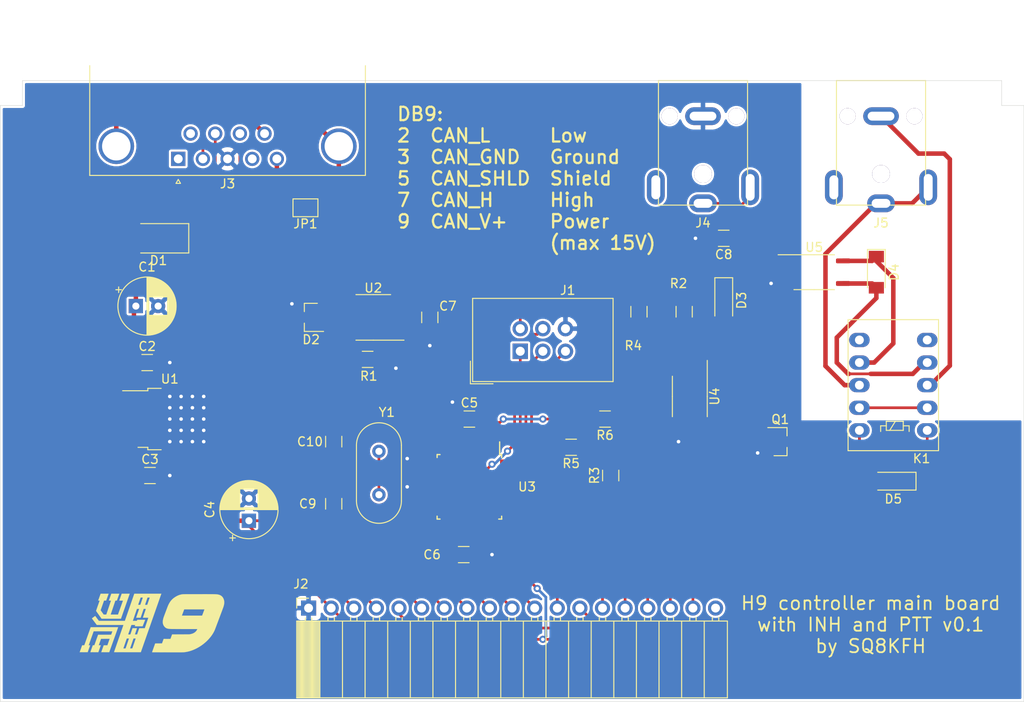
<source format=kicad_pcb>
(kicad_pcb (version 20171130) (host pcbnew "(5.1.2-1)-1")
  (title_block (title "H9 controller main board with INH PTT") (date 2020-12-24) (rev 0.1) (company SQ8KFH))
  (layers (0 F.Cu signal) (31 B.Cu signal) (34 B.Paste user) (35 F.Paste user) (36 B.SilkS user) (37 F.SilkS user) (38 B.Mask user) (39 F.Mask user) (44 Edge.Cuts user))
  (net 0 "")
  (net 1 GND)
  (net 2 "Net-(C1-Pad1)")
  (net 3 +5V)
  (net 4 "Net-(D1-Pad2)")
  (net 5 /RST)
  (net 6 /PD0)
  (net 7 /PB6)
  (net 8 "/PB5(INT2)")
  (net 9 /PB4)
  (net 10 /PB3)
  (net 11 "/PC7(D2A)")
  (net 12 /PC6)
  (net 13 /PC5)
  (net 14 /PC4)
  (net 15 "/PB2(INT1)")
  (net 16 /PD7)
  (net 17 /PD6)
  (net 18 /PD5)
  (net 19 "/PB7(SCK)")
  (net 20 "/PB1(MOSI)")
  (net 21 "/PB0(MISO)")
  (net 22 "Net-(J3-Pad0)")
  (net 23 /CAN_RX)
  (net 24 /CAN_TX)
  (net 25 "Net-(J3-Pad5)")
  (net 26 /CAN_L)
  (net 27 /CAN_H)
  (net 28 "Net-(R1-Pad1)")
  (net 29 "Net-(C8-Pad1)")
  (net 30 "Net-(C9-Pad1)")
  (net 31 "Net-(C10-Pad1)")
  (net 32 "Net-(D5-Pad2)")
  (net 33 /MOSI)
  (net 34 /SCK)
  (net 35 /MISO)
  (net 36 "Net-(J5-Pad1)")
  (net 37 "Net-(J5-Pad2)")
  (net 38 "Net-(K1-Pad2)")
  (net 39 "Net-(Q1-Pad1)")
  (net 40 /INH)
  (net 41 "Net-(R5-Pad1)")
  (net 42 /INH_BP)
  (net 43 /PTT_IN)
  (net 44 "Net-(D3-Pad2)")
  (net 45 "Net-(D4-Pad1)")
  (net 46 "Net-(D4-Pad2)")
  (net 47 "Net-(R2-Pad1)")
  (module Package_SO:SOIC-4_4.55x3.7mm_P2.54mm (layer F.Cu) (at 191.44 76.74)
    (fp_text reference U5 (at 0 -2.8) (layer F.SilkS))
    (fp_text value TLP185)
    (pad 1 smd roundrect (at -3.25 -1.27) (size 1.6 0.55) (layers F.Cu F.Paste F.Mask) (net 41 "Net-(R5-Pad1)"))
    (pad 3 smd roundrect (at -3.25 1.27) (size 1.6 0.55) (layers F.Cu F.Paste F.Mask) (net 1 GND))
    (pad 4 smd roundrect (at 3.25 1.27) (size 1.6 0.55) (layers F.Cu F.Paste F.Mask) (net 46 "Net-(D4-Pad2)"))
    (pad 6 smd roundrect (at 3.25 -1.27) (size 1.6 0.55) (layers F.Cu F.Paste F.Mask) (net 45 "Net-(D4-Pad1)"))
  )
  (module Package_SO:SOIC-4_4.55x3.7mm_P2.54mm (layer F.Cu) (at 177.47 90.71 270)
    (fp_text reference U4 (at 0 -2.8 90) (layer F.SilkS))
    (fp_text value TLP185)
    (pad 6 smd roundrect (at 3.25 -1.27 270) (size 1.6 0.55) (layers F.Cu F.Paste F.Mask) (net 43 /PTT_IN))
    (pad 4 smd roundrect (at 3.25 1.27 270) (size 1.6 0.55) (layers F.Cu F.Paste F.Mask) (net 1 GND))
    (pad 3 smd roundrect (at -3.25 1.27 270) (size 1.6 0.55) (layers F.Cu F.Paste F.Mask) (net 44 "Net-(D3-Pad2)"))
    (pad 1 smd roundrect (at -3.25 -1.27 270) (size 1.6 0.55) (layers F.Cu F.Paste F.Mask) (net 47 "Net-(R2-Pad1)"))
  )
  (module Resistor_SMD:R_1206_3216Metric_Pad1.42x1.75mm_HandSolder (layer F.Cu) (at 167.945 93.25 180)
    (fp_text reference R6 (at 0 -1.82) (layer F.SilkS))
    (fp_text value 1k5)
    (pad 1 smd roundrect (at -1.4875 0 180) (size 1.425 1.75) (layers F.Cu F.Paste F.Mask) (roundrect_rratio 0.175439) (net 39 "Net-(Q1-Pad1)"))
    (pad 2 smd roundrect (at 1.4875 0 180) (size 1.425 1.75) (layers F.Cu F.Paste F.Mask) (roundrect_rratio 0.175439) (net 42 /INH_BP))
  )
  (module Resistor_SMD:R_1206_3216Metric_Pad1.42x1.75mm_HandSolder (layer F.Cu) (at 164.135 96.425 180)
    (fp_text reference R5 (at 0 -1.82) (layer F.SilkS))
    (fp_text value 390R)
    (pad 2 smd roundrect (at 1.4875 0 180) (size 1.425 1.75) (layers F.Cu F.Paste F.Mask) (roundrect_rratio 0.175439) (net 40 /INH))
    (pad 1 smd roundrect (at -1.4875 0 180) (size 1.425 1.75) (layers F.Cu F.Paste F.Mask) (roundrect_rratio 0.175439) (net 41 "Net-(R5-Pad1)"))
  )
  (module Resistor_SMD:R_1206_3216Metric_Pad1.42x1.75mm_HandSolder (layer F.Cu) (at 171.755 81.185 270)
    (fp_text reference R4 (at 3.81 0.635 180) (layer F.SilkS))
    (fp_text value 10k)
    (pad 1 smd roundrect (at -1.4875 0 270) (size 1.425 1.75) (layers F.Cu F.Paste F.Mask) (roundrect_rratio 0.175439) (net 3 +5V))
    (pad 2 smd roundrect (at 1.4875 0 270) (size 1.425 1.75) (layers F.Cu F.Paste F.Mask) (roundrect_rratio 0.175439) (net 44 "Net-(D3-Pad2)"))
  )
  (module Resistor_SMD:R_1206_3216Metric_Pad1.42x1.75mm_HandSolder (layer F.Cu) (at 176.835 81.185 90)
    (fp_text reference R2 (at 3.175 -0.635 180) (layer F.SilkS))
    (fp_text value 390R)
    (pad 1 smd roundrect (at -1.4875 0 90) (size 1.425 1.75) (layers F.Cu F.Paste F.Mask) (roundrect_rratio 0.175439) (net 47 "Net-(R2-Pad1)"))
    (pad 2 smd roundrect (at 1.4875 0 90) (size 1.425 1.75) (layers F.Cu F.Paste F.Mask) (roundrect_rratio 0.175439) (net 3 +5V))
  )
  (module Package_TO_SOT_SMD:SOT-23 (layer F.Cu) (at 187.63 95.79)
    (fp_text reference Q1 (at 0 -2.5) (layer F.SilkS))
    (fp_text value BC817)
    (pad 3 smd rect (at 1 0) (size 0.9 0.8) (layers F.Cu F.Paste F.Mask) (net 32 "Net-(D5-Pad2)"))
    (pad 2 smd rect (at -1 0.95) (size 0.9 0.8) (layers F.Cu F.Paste F.Mask) (net 1 GND))
    (pad 1 smd rect (at -1 -0.95) (size 0.9 0.8) (layers F.Cu F.Paste F.Mask) (net 39 "Net-(Q1-Pad1)"))
  )
  (module Relay_THT:Relay_DPDT_FRT5 (layer F.Cu) (at 204.14 94.52 180)
    (fp_text reference K1 (at 0.635 -3.175) (layer F.SilkS))
    (fp_text value AZ850/RSM850)
    (pad 10 thru_hole oval (at 7.62 0 180) (size 2.3 1.6) (drill 1) (layers *.Cu *.Mask) (net 32 "Net-(D5-Pad2)"))
    (pad 9 thru_hole oval (at 7.62 2.54 180) (size 2.3 1.6) (drill 1) (layers *.Cu *.Mask) (net 38 "Net-(K1-Pad2)"))
    (pad 8 thru_hole oval (at 7.62 5.08 180) (size 2.3 1.6) (drill 1) (layers *.Cu *.Mask) (net 36 "Net-(J5-Pad1)"))
    (pad 7 thru_hole oval (at 7.62 7.62 180) (size 2.3 1.6) (drill 1) (layers *.Cu *.Mask) (net 45 "Net-(D4-Pad1)"))
    (pad 6 thru_hole oval (at 7.62 10.16 180) (size 2.3 1.6) (drill 1) (layers *.Cu *.Mask))
    (pad 5 thru_hole oval (at 0 10.16 180) (size 2.3 1.6) (drill 1) (layers *.Cu *.Mask))
    (pad 4 thru_hole oval (at 0 7.62 180) (size 2.3 1.6) (drill 1) (layers *.Cu *.Mask) (net 46 "Net-(D4-Pad2)"))
    (pad 3 thru_hole oval (at 0 5.08 180) (size 2.3 1.6) (drill 1) (layers *.Cu *.Mask) (net 37 "Net-(J5-Pad2)"))
    (pad 2 thru_hole oval (at 0 2.54 180) (size 2.3 1.6) (drill 1) (layers *.Cu *.Mask) (net 38 "Net-(K1-Pad2)"))
    (pad 1 thru_hole oval (at 0 0 180) (size 2.3 1.6) (drill 1) (layers *.Cu *.Mask) (net 3 +5V))
  )
  (module kfhlib:LUMBERG_1553 (layer F.Cu) (at 198.95 59.2)
    (fp_text reference J5 (at 0 12) (layer F.SilkS))
    (fp_text value INH)
    (pad 1 thru_hole oval (at 5.3 8) (size 2 4) (drill oval 1 3) (layers *.Cu *.Mask) (net 36 "Net-(J5-Pad1)"))
    (pad "" thru_hole circle (at 3.75 0) (size 1.8 1.8) (drill 1.8) (layers *.Cu *.Mask))
    (pad "" thru_hole circle (at -3.75 0) (size 1.8 1.8) (drill 1.8) (layers *.Cu *.Mask))
    (pad 4 thru_hole oval (at -5.3 8) (size 2 3.87) (drill oval 1 2.7) (layers *.Cu *.Mask))
    (pad 1 thru_hole oval (at 0 9.8) (size 3.1 2) (drill oval 2.1 1) (layers *.Cu *.Mask) (net 36 "Net-(J5-Pad1)"))
    (pad "" thru_hole circle (at 0 6.5) (size 2 2) (drill 2) (layers *.Cu *.Mask))
    (pad 2 thru_hole oval (at 0 0) (size 4 2) (drill oval 3 1) (layers *.Cu *.Mask) (net 37 "Net-(J5-Pad2)"))
  )
  (module kfhlib:LUMBERG_1553 (layer F.Cu) (at 178.95 59.2)
    (fp_text reference J4 (at 0 12) (layer F.SilkS))
    (fp_text value PTT)
    (pad 1 thru_hole oval (at 5.3 8) (size 2 4) (drill oval 1 3) (layers *.Cu *.Mask) (net 29 "Net-(C8-Pad1)"))
    (pad "" thru_hole circle (at 3.75 0) (size 1.8 1.8) (drill 1.8) (layers *.Cu *.Mask))
    (pad "" thru_hole circle (at -3.75 0) (size 1.8 1.8) (drill 1.8) (layers *.Cu *.Mask))
    (pad 4 thru_hole oval (at -5.3 8) (size 2 3.87) (drill oval 1 2.7) (layers *.Cu *.Mask))
    (pad 1 thru_hole oval (at 0 9.8) (size 3.1 2) (drill oval 2.1 1) (layers *.Cu *.Mask) (net 29 "Net-(C8-Pad1)"))
    (pad "" thru_hole circle (at 0 6.5) (size 2 2) (drill 2) (layers *.Cu *.Mask))
    (pad 2 thru_hole oval (at 0 0) (size 4 2) (drill oval 3 1) (layers *.Cu *.Mask) (net 1 GND))
  )
  (module Diode_SMD:D_MiniMELF (layer F.Cu) (at 200.33 100.235 180)
    (fp_text reference D5 (at 0 -2) (layer F.SilkS))
    (fp_text value 4148)
    (pad 1 smd rect (at -1.75 0 180) (size 1.3 1.7) (layers F.Cu F.Paste F.Mask) (net 3 +5V))
    (pad 2 smd rect (at 1.75 0 180) (size 1.3 1.7) (layers F.Cu F.Paste F.Mask) (net 32 "Net-(D5-Pad2)"))
  )
  (module Diode_SMD:D_MiniMELF (layer F.Cu) (at 198.425 76.74 270)
    (fp_text reference D4 (at 0 -2 90) (layer F.SilkS))
    (fp_text value 4148)
    (pad 1 smd rect (at -1.75 0 270) (size 1.3 1.7) (layers F.Cu F.Paste F.Mask) (net 45 "Net-(D4-Pad1)"))
    (pad 2 smd rect (at 1.75 0 270) (size 1.3 1.7) (layers F.Cu F.Paste F.Mask) (net 46 "Net-(D4-Pad2)"))
  )
  (module Diode_SMD:D_MiniMELF (layer F.Cu) (at 181.28 79.915 270)
    (fp_text reference D3 (at 0 -2 90) (layer F.SilkS))
    (fp_text value 4148)
    (pad 2 smd rect (at 1.75 0 270) (size 1.3 1.7) (layers F.Cu F.Paste F.Mask) (net 44 "Net-(D3-Pad2)"))
    (pad 1 smd rect (at -1.75 0 270) (size 1.3 1.7) (layers F.Cu F.Paste F.Mask) (net 29 "Net-(C8-Pad1)"))
  )
  (module Capacitor_SMD:C_1206_3216Metric_Pad1.42x1.75mm_HandSolder (layer F.Cu) (at 181.28 72.93 180)
    (fp_text reference C8 (at 0 -1.82) (layer F.SilkS))
    (fp_text value 100nF)
    (pad 2 smd roundrect (at 1.4875 0 180) (size 1.425 1.75) (layers F.Cu F.Paste F.Mask) (roundrect_rratio 0.175439) (net 1 GND))
    (pad 1 smd roundrect (at -1.4875 0 180) (size 1.425 1.75) (layers F.Cu F.Paste F.Mask) (roundrect_rratio 0.175439) (net 29 "Net-(C8-Pad1)"))
  )
  (module kfhlib:H9 (layer F.Cu) (at 116.891 116.364)
    (fp_text reference G*** hide)
    (fp_text value LOGO hide)
  )
  (module Jumper:SolderJumper-2_P1.3mm_Open_Pad1.0x1.5mm (layer F.Cu) (at 134.29 69.501 180)
    (fp_text reference JP1 (at 0 -1.8) (layer F.SilkS))
    (fp_text value Shield)
    (pad 1 smd rect (at -0.65 0 180) (size 1 1.5) (layers F.Cu F.Mask) (net 22 "Net-(J3-Pad0)"))
    (pad 2 smd rect (at 0.65 0 180) (size 1 1.5) (layers F.Cu F.Mask) (net 25 "Net-(J3-Pad5)"))
  )
  (module Package_TO_SOT_SMD:TO-252-2 (layer F.Cu) (at 119.05 93.25)
    (fp_text reference U1 (at 0 -4.5) (layer F.SilkS))
    (fp_text value LM78M05)
    (pad 2 smd rect (at 2.1 0) (size 6.4 5.8) (layers F.Cu F.Mask) (net 1 GND))
    (pad 3 smd rect (at -4.2 2.28) (size 2.2 1.2) (layers F.Cu F.Paste F.Mask) (net 3 +5V))
    (pad 1 smd rect (at -4.2 -2.28) (size 2.2 1.2) (layers F.Cu F.Paste F.Mask) (net 2 "Net-(C1-Pad1)"))
  )
  (module Capacitor_THT:CP_Radial_D6.3mm_P2.50mm (layer F.Cu) (at 127.94 104.68 90)
    (fp_text reference C4 (at 1.25 -4.4 90) (layer F.SilkS))
    (fp_text value 47uF)
    (pad 2 thru_hole circle (at 2.5 0 90) (size 1.6 1.6) (drill 0.8) (layers *.Cu *.Mask) (net 1 GND))
    (pad 1 thru_hole rect (at 0 0 90) (size 1.6 1.6) (drill 0.8) (layers *.Cu *.Mask) (net 3 +5V))
  )
  (module Capacitor_SMD:C_1206_3216Metric_Pad1.42x1.75mm_HandSolder (layer F.Cu) (at 116.825 99.6)
    (fp_text reference C3 (at 0 -1.82) (layer F.SilkS))
    (fp_text value 100nF)
    (pad 2 smd roundrect (at 1.4875 0) (size 1.425 1.75) (layers F.Cu F.Paste F.Mask) (roundrect_rratio 0.175439) (net 1 GND))
    (pad 1 smd roundrect (at -1.4875 0) (size 1.425 1.75) (layers F.Cu F.Paste F.Mask) (roundrect_rratio 0.175439) (net 3 +5V))
  )
  (module Capacitor_THT:CP_Radial_D6.3mm_P2.50mm (layer F.Cu) (at 115.24 80.55)
    (fp_text reference C1 (at 1.25 -4.4) (layer F.SilkS))
    (fp_text value 100uF)
    (pad 2 thru_hole circle (at 2.5 0) (size 1.6 1.6) (drill 0.8) (layers *.Cu *.Mask) (net 1 GND))
    (pad 1 thru_hole rect (at 0 0) (size 1.6 1.6) (drill 0.8) (layers *.Cu *.Mask) (net 2 "Net-(C1-Pad1)"))
  )
  (module Capacitor_SMD:C_1206_3216Metric_Pad1.42x1.75mm_HandSolder (layer F.Cu) (at 116.51 86.9)
    (fp_text reference C2 (at 0 -1.82) (layer F.SilkS))
    (fp_text value 100nF)
    (pad 2 smd roundrect (at 1.4875 0) (size 1.425 1.75) (layers F.Cu F.Paste F.Mask) (roundrect_rratio 0.175439) (net 1 GND))
    (pad 1 smd roundrect (at -1.4875 0) (size 1.425 1.75) (layers F.Cu F.Paste F.Mask) (roundrect_rratio 0.175439) (net 2 "Net-(C1-Pad1)"))
  )
  (module Diode_SMD:D_SMA (layer F.Cu) (at 117.78 72.93 180)
    (fp_text reference D1 (at 0 -2.5) (layer F.SilkS))
    (fp_text value S1A)
    (pad 2 smd rect (at 2 0 180) (size 2.5 1.8) (layers F.Cu F.Paste F.Mask) (net 4 "Net-(D1-Pad2)"))
    (pad 1 smd rect (at -2 0 180) (size 2.5 1.8) (layers F.Cu F.Paste F.Mask) (net 2 "Net-(C1-Pad1)"))
  )
  (module Crystal:Crystal_HC49-U_Vertical (layer F.Cu) (at 142.545 101.759 90)
    (fp_text reference Y1 (at 9.271 0.889 180) (layer F.SilkS))
    (fp_text value 12MHz)
    (pad 2 thru_hole circle (at 4.88 0 90) (size 1.5 1.5) (drill 0.8) (layers *.Cu *.Mask) (net 31 "Net-(C10-Pad1)"))
    (pad 1 thru_hole circle (at 0 0 90) (size 1.5 1.5) (drill 0.8) (layers *.Cu *.Mask) (net 30 "Net-(C9-Pad1)"))
  )
  (module Package_QFP:TQFP-32_7x7mm_P0.8mm (layer F.Cu) (at 152.705 100.87 270)
    (fp_text reference U3 (at 0 -6.477 180) (layer F.SilkS))
    (fp_text value ATmega32M1-AU)
    (pad 32 smd rect (at -2.8 -4.25) (size 1.6 0.55) (layers F.Cu F.Paste F.Mask) (net 40 /INH))
    (pad 31 smd rect (at -2 -4.25) (size 1.6 0.55) (layers F.Cu F.Paste F.Mask) (net 5 /RST))
    (pad 30 smd rect (at -1.2 -4.25) (size 1.6 0.55) (layers F.Cu F.Paste F.Mask) (net 43 /PTT_IN))
    (pad 29 smd rect (at -0.4 -4.25) (size 1.6 0.55) (layers F.Cu F.Paste F.Mask) (net 6 /PD0))
    (pad 28 smd rect (at 0.4 -4.25) (size 1.6 0.55) (layers F.Cu F.Paste F.Mask) (net 19 "/PB7(SCK)"))
    (pad 27 smd rect (at 1.2 -4.25) (size 1.6 0.55) (layers F.Cu F.Paste F.Mask) (net 7 /PB6))
    (pad 26 smd rect (at 2 -4.25) (size 1.6 0.55) (layers F.Cu F.Paste F.Mask) (net 8 "/PB5(INT2)"))
    (pad 25 smd rect (at 2.8 -4.25) (size 1.6 0.55) (layers F.Cu F.Paste F.Mask) (net 11 "/PC7(D2A)"))
    (pad 24 smd rect (at 4.25 -2.8 270) (size 1.6 0.55) (layers F.Cu F.Paste F.Mask) (net 9 /PB4))
    (pad 23 smd rect (at 4.25 -2 270) (size 1.6 0.55) (layers F.Cu F.Paste F.Mask) (net 10 /PB3))
    (pad 22 smd rect (at 4.25 -1.2 270) (size 1.6 0.55) (layers F.Cu F.Paste F.Mask) (net 12 /PC6))
    (pad 21 smd rect (at 4.25 -0.4 270) (size 1.6 0.55) (layers F.Cu F.Paste F.Mask))
    (pad 20 smd rect (at 4.25 0.4 270) (size 1.6 0.55) (layers F.Cu F.Paste F.Mask) (net 1 GND))
    (pad 19 smd rect (at 4.25 1.2 270) (size 1.6 0.55) (layers F.Cu F.Paste F.Mask) (net 3 +5V))
    (pad 18 smd rect (at 4.25 2 270) (size 1.6 0.55) (layers F.Cu F.Paste F.Mask) (net 13 /PC5))
    (pad 17 smd rect (at 4.25 2.8 270) (size 1.6 0.55) (layers F.Cu F.Paste F.Mask) (net 14 /PC4))
    (pad 16 smd rect (at 2.8 4.25) (size 1.6 0.55) (layers F.Cu F.Paste F.Mask) (net 15 "/PB2(INT1)"))
    (pad 15 smd rect (at 2 4.25) (size 1.6 0.55) (layers F.Cu F.Paste F.Mask) (net 16 /PD7))
    (pad 14 smd rect (at 1.2 4.25) (size 1.6 0.55) (layers F.Cu F.Paste F.Mask) (net 17 /PD6))
    (pad 13 smd rect (at 0.4 4.25) (size 1.6 0.55) (layers F.Cu F.Paste F.Mask) (net 18 /PD5))
    (pad 12 smd rect (at -0.4 4.25) (size 1.6 0.55) (layers F.Cu F.Paste F.Mask) (net 34 /SCK))
    (pad 11 smd rect (at -1.2 4.25) (size 1.6 0.55) (layers F.Cu F.Paste F.Mask) (net 30 "Net-(C9-Pad1)"))
    (pad 10 smd rect (at -2 4.25) (size 1.6 0.55) (layers F.Cu F.Paste F.Mask) (net 31 "Net-(C10-Pad1)"))
    (pad 9 smd rect (at -2.8 4.25) (size 1.6 0.55) (layers F.Cu F.Paste F.Mask) (net 20 "/PB1(MOSI)"))
    (pad 8 smd rect (at -4.25 2.8 270) (size 1.6 0.55) (layers F.Cu F.Paste F.Mask) (net 21 "/PB0(MISO)"))
    (pad 7 smd rect (at -4.25 2 270) (size 1.6 0.55) (layers F.Cu F.Paste F.Mask) (net 23 /CAN_RX))
    (pad 6 smd rect (at -4.25 1.2 270) (size 1.6 0.55) (layers F.Cu F.Paste F.Mask) (net 24 /CAN_TX))
    (pad 5 smd rect (at -4.25 0.4 270) (size 1.6 0.55) (layers F.Cu F.Paste F.Mask) (net 1 GND))
    (pad 4 smd rect (at -4.25 -0.4 270) (size 1.6 0.55) (layers F.Cu F.Paste F.Mask) (net 3 +5V))
    (pad 3 smd rect (at -4.25 -1.2 270) (size 1.6 0.55) (layers F.Cu F.Paste F.Mask) (net 42 /INH_BP))
    (pad 2 smd rect (at -4.25 -2 270) (size 1.6 0.55) (layers F.Cu F.Paste F.Mask) (net 33 /MOSI))
    (pad 1 smd rect (at -4.25 -2.8 270) (size 1.6 0.55) (layers F.Cu F.Paste F.Mask) (net 35 /MISO))
  )
  (module Package_SO:SOIC-8_3.9x4.9mm_P1.27mm (layer F.Cu) (at 141.91 81.82 180)
    (fp_text reference U2 (at 0 3.302) (layer F.SilkS))
    (fp_text value MCP2551-I-SN)
    (pad 8 smd roundrect (at 2.475 -1.905 180) (size 1.95 0.6) (layers F.Cu F.Paste F.Mask) (net 28 "Net-(R1-Pad1)"))
    (pad 7 smd roundrect (at 2.475 -0.635 180) (size 1.95 0.6) (layers F.Cu F.Paste F.Mask) (net 27 /CAN_H))
    (pad 6 smd roundrect (at 2.475 0.635 180) (size 1.95 0.6) (layers F.Cu F.Paste F.Mask) (net 26 /CAN_L))
    (pad 5 smd roundrect (at 2.475 1.905 180) (size 1.95 0.6) (layers F.Cu F.Paste F.Mask))
    (pad 4 smd roundrect (at -2.475 1.905 180) (size 1.95 0.6) (layers F.Cu F.Paste F.Mask) (net 23 /CAN_RX))
    (pad 3 smd roundrect (at -2.475 0.635 180) (size 1.95 0.6) (layers F.Cu F.Paste F.Mask) (net 3 +5V))
    (pad 2 smd roundrect (at -2.475 -0.635 180) (size 1.95 0.6) (layers F.Cu F.Paste F.Mask) (net 1 GND))
    (pad 1 smd roundrect (at -2.475 -1.905 180) (size 1.95 0.6) (layers F.Cu F.Paste F.Mask) (net 24 /CAN_TX))
  )
  (module Resistor_SMD:R_1206_3216Metric_Pad1.42x1.75mm_HandSolder (layer F.Cu) (at 168.58 99.6 90)
    (fp_text reference R3 (at 0 -1.82 90) (layer F.SilkS))
    (fp_text value 10k)
    (pad 2 smd roundrect (at 1.4875 0 90) (size 1.425 1.75) (layers F.Cu F.Paste F.Mask) (roundrect_rratio 0.175439) (net 5 /RST))
    (pad 1 smd roundrect (at -1.4875 0 90) (size 1.425 1.75) (layers F.Cu F.Paste F.Mask) (roundrect_rratio 0.175439) (net 3 +5V))
  )
  (module Resistor_SMD:R_1206_3216Metric_Pad1.42x1.75mm_HandSolder (layer F.Cu) (at 141.275 86.54)
    (fp_text reference R1 (at 0.127 1.884) (layer F.SilkS))
    (fp_text value 39k)
    (pad 2 smd roundrect (at 1.4875 0) (size 1.425 1.75) (layers F.Cu F.Paste F.Mask) (roundrect_rratio 0.175439) (net 1 GND))
    (pad 1 smd roundrect (at -1.4875 0) (size 1.425 1.75) (layers F.Cu F.Paste F.Mask) (roundrect_rratio 0.175439) (net 28 "Net-(R1-Pad1)"))
  )
  (module Connector_Dsub:DSUB-9_Female_Horizontal_P2.77x2.84mm_EdgePinOffset7.70mm_Housed_MountingHolesOffset9.12mm (layer F.Cu) (at 120 64 180)
    (fp_text reference J3 (at -5.54 -2.8) (layer F.SilkS))
    (fp_text value CAN)
    (pad 0 thru_hole circle (at 6.96 1.42 180) (size 4 4) (drill 3.2) (layers *.Cu *.Mask) (net 22 "Net-(J3-Pad0)"))
    (pad 0 thru_hole circle (at -18.04 1.42 180) (size 4 4) (drill 3.2) (layers *.Cu *.Mask) (net 22 "Net-(J3-Pad0)"))
    (pad 9 thru_hole circle (at -9.695 2.84 180) (size 1.6 1.6) (drill 1) (layers *.Cu *.Mask) (net 4 "Net-(D1-Pad2)"))
    (pad 8 thru_hole circle (at -6.925 2.84 180) (size 1.6 1.6) (drill 1) (layers *.Cu *.Mask))
    (pad 7 thru_hole circle (at -4.155 2.84 180) (size 1.6 1.6) (drill 1) (layers *.Cu *.Mask) (net 27 /CAN_H))
    (pad 6 thru_hole circle (at -1.385 2.84 180) (size 1.6 1.6) (drill 1) (layers *.Cu *.Mask))
    (pad 5 thru_hole circle (at -11.08 0 180) (size 1.6 1.6) (drill 1) (layers *.Cu *.Mask) (net 25 "Net-(J3-Pad5)"))
    (pad 4 thru_hole circle (at -8.31 0 180) (size 1.6 1.6) (drill 1) (layers *.Cu *.Mask))
    (pad 3 thru_hole circle (at -5.54 0 180) (size 1.6 1.6) (drill 1) (layers *.Cu *.Mask) (net 1 GND))
    (pad 2 thru_hole circle (at -2.77 0 180) (size 1.6 1.6) (drill 1) (layers *.Cu *.Mask) (net 26 /CAN_L))
    (pad 1 thru_hole rect (at 0 0 180) (size 1.6 1.6) (drill 1) (layers *.Cu *.Mask))
  )
  (module Connector_PinSocket_2.54mm:PinSocket_1x19_P2.54mm_Horizontal (layer F.Cu) (at 134.64 114.5 90)
    (fp_text reference J2 (at 2.708 -0.858 180) (layer F.SilkS))
    (fp_text value "Front panel")
    (pad 19 thru_hole oval (at 0 45.72 90) (size 1.7 1.7) (drill 1) (layers *.Cu *.Mask))
    (pad 18 thru_hole oval (at 0 43.18 90) (size 1.7 1.7) (drill 1) (layers *.Cu *.Mask) (net 6 /PD0))
    (pad 17 thru_hole oval (at 0 40.64 90) (size 1.7 1.7) (drill 1) (layers *.Cu *.Mask) (net 7 /PB6))
    (pad 16 thru_hole oval (at 0 38.1 90) (size 1.7 1.7) (drill 1) (layers *.Cu *.Mask) (net 8 "/PB5(INT2)"))
    (pad 15 thru_hole oval (at 0 35.56 90) (size 1.7 1.7) (drill 1) (layers *.Cu *.Mask) (net 9 /PB4))
    (pad 14 thru_hole oval (at 0 33.02 90) (size 1.7 1.7) (drill 1) (layers *.Cu *.Mask) (net 10 /PB3))
    (pad 13 thru_hole oval (at 0 30.48 90) (size 1.7 1.7) (drill 1) (layers *.Cu *.Mask) (net 11 "/PC7(D2A)"))
    (pad 12 thru_hole oval (at 0 27.94 90) (size 1.7 1.7) (drill 1) (layers *.Cu *.Mask) (net 12 /PC6))
    (pad 11 thru_hole oval (at 0 25.4 90) (size 1.7 1.7) (drill 1) (layers *.Cu *.Mask) (net 13 /PC5))
    (pad 10 thru_hole oval (at 0 22.86 90) (size 1.7 1.7) (drill 1) (layers *.Cu *.Mask) (net 14 /PC4))
    (pad 9 thru_hole oval (at 0 20.32 90) (size 1.7 1.7) (drill 1) (layers *.Cu *.Mask) (net 15 "/PB2(INT1)"))
    (pad 8 thru_hole oval (at 0 17.78 90) (size 1.7 1.7) (drill 1) (layers *.Cu *.Mask) (net 16 /PD7))
    (pad 7 thru_hole oval (at 0 15.24 90) (size 1.7 1.7) (drill 1) (layers *.Cu *.Mask) (net 17 /PD6))
    (pad 6 thru_hole oval (at 0 12.7 90) (size 1.7 1.7) (drill 1) (layers *.Cu *.Mask) (net 18 /PD5))
    (pad 5 thru_hole oval (at 0 10.16 90) (size 1.7 1.7) (drill 1) (layers *.Cu *.Mask) (net 19 "/PB7(SCK)"))
    (pad 4 thru_hole oval (at 0 7.62 90) (size 1.7 1.7) (drill 1) (layers *.Cu *.Mask) (net 20 "/PB1(MOSI)"))
    (pad 3 thru_hole oval (at 0 5.08 90) (size 1.7 1.7) (drill 1) (layers *.Cu *.Mask) (net 21 "/PB0(MISO)"))
    (pad 2 thru_hole oval (at 0 2.54 90) (size 1.7 1.7) (drill 1) (layers *.Cu *.Mask) (net 3 +5V))
    (pad 1 thru_hole rect (at 0 0 90) (size 1.7 1.7) (drill 1) (layers *.Cu *.Mask) (net 1 GND))
  )
  (module Connector_IDC:IDC-Header_2x03_P2.54mm_Vertical (layer F.Cu) (at 158.42 85.63 90)
    (fp_text reference J1 (at 6.858 5.334 180) (layer F.SilkS))
    (fp_text value AVR-ISP-6)
    (pad 6 thru_hole oval (at 2.54 5.08 90) (size 1.7272 1.7272) (drill 1.016) (layers *.Cu *.Mask) (net 1 GND))
    (pad 5 thru_hole oval (at 0 5.08 90) (size 1.7272 1.7272) (drill 1.016) (layers *.Cu *.Mask) (net 5 /RST))
    (pad 4 thru_hole oval (at 2.54 2.54 90) (size 1.7272 1.7272) (drill 1.016) (layers *.Cu *.Mask) (net 33 /MOSI))
    (pad 3 thru_hole oval (at 0 2.54 90) (size 1.7272 1.7272) (drill 1.016) (layers *.Cu *.Mask) (net 34 /SCK))
    (pad 2 thru_hole oval (at 2.54 0 90) (size 1.7272 1.7272) (drill 1.016) (layers *.Cu *.Mask) (net 3 +5V))
    (pad 1 thru_hole rect (at 0 0 90) (size 1.7272 1.7272) (drill 1.016) (layers *.Cu *.Mask) (net 35 /MISO))
  )
  (module Package_TO_SOT_SMD:SOT-23 (layer F.Cu) (at 134.925 81.82 180)
    (fp_text reference D2 (at 0 -2.5) (layer F.SilkS))
    (fp_text value NUP2105L)
    (pad 3 smd rect (at 1 0 180) (size 0.9 0.8) (layers F.Cu F.Paste F.Mask) (net 1 GND))
    (pad 2 smd rect (at -1 0.95 180) (size 0.9 0.8) (layers F.Cu F.Paste F.Mask) (net 26 /CAN_L))
    (pad 1 smd rect (at -1 -0.95 180) (size 0.9 0.8) (layers F.Cu F.Paste F.Mask) (net 27 /CAN_H))
  )
  (module Capacitor_SMD:C_1206_3216Metric_Pad1.42x1.75mm_HandSolder (layer F.Cu) (at 137.465 95.79 90)
    (fp_text reference C10 (at 0 -2.667 180) (layer F.SilkS))
    (fp_text value 22pF)
    (pad 2 smd roundrect (at 1.4875 0 90) (size 1.425 1.75) (layers F.Cu F.Paste F.Mask) (roundrect_rratio 0.175439) (net 1 GND))
    (pad 1 smd roundrect (at -1.4875 0 90) (size 1.425 1.75) (layers F.Cu F.Paste F.Mask) (roundrect_rratio 0.175439) (net 31 "Net-(C10-Pad1)"))
  )
  (module Capacitor_SMD:C_1206_3216Metric_Pad1.42x1.75mm_HandSolder (layer F.Cu) (at 137.465 102.775 270)
    (fp_text reference C9 (at 0 2.921 180) (layer F.SilkS))
    (fp_text value 22pF)
    (pad 2 smd roundrect (at 1.4875 0 270) (size 1.425 1.75) (layers F.Cu F.Paste F.Mask) (roundrect_rratio 0.175439) (net 1 GND))
    (pad 1 smd roundrect (at -1.4875 0 270) (size 1.425 1.75) (layers F.Cu F.Paste F.Mask) (roundrect_rratio 0.175439) (net 30 "Net-(C9-Pad1)"))
  )
  (module Capacitor_SMD:C_1206_3216Metric_Pad1.42x1.75mm_HandSolder (layer F.Cu) (at 148.26 81.82 90)
    (fp_text reference C7 (at 1.27 2.032 180) (layer F.SilkS))
    (fp_text value 100nF)
    (pad 2 smd roundrect (at 1.4875 0 90) (size 1.425 1.75) (layers F.Cu F.Paste F.Mask) (roundrect_rratio 0.175439) (net 3 +5V))
    (pad 1 smd roundrect (at -1.4875 0 90) (size 1.425 1.75) (layers F.Cu F.Paste F.Mask) (roundrect_rratio 0.175439) (net 1 GND))
  )
  (module Capacitor_SMD:C_1206_3216Metric_Pad1.42x1.75mm_HandSolder (layer F.Cu) (at 152.07 108.49)
    (fp_text reference C6 (at -3.556 0) (layer F.SilkS))
    (fp_text value 100nF)
    (pad 2 smd roundrect (at 1.4875 0) (size 1.425 1.75) (layers F.Cu F.Paste F.Mask) (roundrect_rratio 0.175439) (net 1 GND))
    (pad 1 smd roundrect (at -1.4875 0) (size 1.425 1.75) (layers F.Cu F.Paste F.Mask) (roundrect_rratio 0.175439) (net 3 +5V))
  )
  (module Capacitor_SMD:C_1206_3216Metric_Pad1.42x1.75mm_HandSolder (layer F.Cu) (at 152.705 93.25)
    (fp_text reference C5 (at 0 -1.82) (layer F.SilkS))
    (fp_text value 100nF)
    (pad 2 smd roundrect (at 1.4875 0) (size 1.425 1.75) (layers F.Cu F.Paste F.Mask) (roundrect_rratio 0.175439) (net 3 +5V))
    (pad 1 smd roundrect (at -1.4875 0) (size 1.425 1.75) (layers F.Cu F.Paste F.Mask) (roundrect_rratio 0.175439) (net 1 GND))
  )
  (gr_line (start 212.5 58) (end 212.5 55.2) (layer Edge.Cuts) (width 0.05))
  (gr_line (start 215 58) (end 212.5 58) (layer Edge.Cuts) (width 0.05))
  (gr_line (start 102.5 58) (end 102.5 55.2) (layer Edge.Cuts) (width 0.05))
  (gr_line (start 100 58) (end 102.5 58) (layer Edge.Cuts) (width 0.05))
  (gr_text "H9 controller main board\nwith INH and PTT v0.1\nby SQ8KFH" (at 197.79 116.364) (layer F.SilkS) (effects (font (size 1.5 1.5) (thickness 0.2))))
  (gr_text "\nLow\nGround\nShield\nHigh\nPower\n(max 15V)" (at 161.595 66.2) (layer F.SilkS) (effects (font (size 1.5 1.5) (thickness 0.25)) (justify left)))
  (gr_text "DB9:\n2  CAN_L\n3  CAN_GND\n5  CAN_SHLD\n7  CAN_H\n9  CAN_V+" (at 144.45 65) (layer F.SilkS) (effects (font (size 1.5 1.5) (thickness 0.25)) (justify left)))
  (gr_line (start 100 58) (end 100 125) (layer Edge.Cuts) (width 0.05))
  (gr_line (start 212.5 55.2) (end 102.5 55.2) (layer Edge.Cuts) (width 0.05))
  (gr_line (start 215 125) (end 215 58) (layer Edge.Cuts) (width 0.05))
  (gr_line (start 100 125) (end 215 125) (layer Edge.Cuts) (width 0.05))
  (via (at 132.766 80.296) (size 0.8) (drill 0.4) (layers F.Cu B.Cu) (net 1))
  (segment (start 133.925 81.455) (end 132.766 80.296) (width 0.3048) (layer F.Cu) (net 1))
  (segment (start 133.925 81.82) (end 133.925 81.455) (width 0.3048) (layer F.Cu) (net 1))
  (segment (start 152.305 107.2375) (end 153.5575 108.49) (width 0.3048) (layer F.Cu) (net 1))
  (segment (start 152.305 105.12) (end 152.305 107.2375) (width 0.3048) (layer F.Cu) (net 1))
  (segment (start 147.4075 82.455) (end 148.26 83.3075) (width 0.3048) (layer F.Cu) (net 1))
  (segment (start 144.385 82.455) (end 147.4075 82.455) (width 0.3048) (layer F.Cu) (net 1))
  (via (at 145.72 97.695) (size 0.8) (drill 0.4) (layers F.Cu B.Cu) (net 1))
  (via (at 145.72 100.87) (size 0.8) (drill 0.4) (layers F.Cu B.Cu) (net 1))
  (segment (start 152.305 94.3375) (end 151.2175 93.25) (width 0.3048) (layer F.Cu) (net 1))
  (segment (start 152.305 96.62) (end 152.305 94.3375) (width 0.3048) (layer F.Cu) (net 1))
  (via (at 150.8 91.345) (size 0.8) (drill 0.4) (layers F.Cu B.Cu) (net 1))
  (segment (start 151.2175 91.7625) (end 150.8 91.345) (width 0.3048) (layer F.Cu) (net 1))
  (segment (start 151.2175 93.25) (end 151.2175 91.7625) (width 0.3048) (layer F.Cu) (net 1))
  (via (at 155.245 108.49) (size 0.8) (drill 0.4) (layers F.Cu B.Cu) (net 1))
  (segment (start 153.5575 108.49) (end 155.245 108.49) (width 0.3048) (layer F.Cu) (net 1))
  (via (at 148.26 84.995) (size 0.8) (drill 0.4) (layers F.Cu B.Cu) (net 1))
  (segment (start 148.26 83.3075) (end 148.26 84.995) (width 0.3048) (layer F.Cu) (net 1))
  (via (at 144.45 87.535) (size 0.8) (drill 0.4) (layers F.Cu B.Cu) (net 1))
  (segment (start 143.455 86.54) (end 144.45 87.535) (width 0.3048) (layer F.Cu) (net 1))
  (segment (start 142.7625 86.54) (end 143.455 86.54) (width 0.3048) (layer F.Cu) (net 1))
  (via (at 119.05 86.9) (size 0.8) (drill 0.4) (layers F.Cu B.Cu) (net 1))
  (segment (start 117.9975 86.9) (end 119.05 86.9) (width 0.508) (layer F.Cu) (net 1))
  (via (at 119.05 99.6) (size 0.8) (drill 0.4) (layers F.Cu B.Cu) (net 1))
  (segment (start 118.3125 99.6) (end 119.05 99.6) (width 0.508) (layer F.Cu) (net 1))
  (via (at 119.05 90.71) (size 0.8) (drill 0.4) (layers F.Cu B.Cu) (net 1))
  (via (at 120.32 90.71) (size 0.8) (drill 0.4) (layers F.Cu B.Cu) (net 1))
  (via (at 121.59 90.71) (size 0.8) (drill 0.4) (layers F.Cu B.Cu) (net 1))
  (via (at 122.86 90.71) (size 0.8) (drill 0.4) (layers F.Cu B.Cu) (net 1))
  (via (at 119.05 91.98) (size 0.8) (drill 0.4) (layers F.Cu B.Cu) (net 1))
  (via (at 120.32 91.98) (size 0.8) (drill 0.4) (layers F.Cu B.Cu) (net 1))
  (via (at 121.59 91.98) (size 0.8) (drill 0.4) (layers F.Cu B.Cu) (net 1))
  (via (at 122.86 91.98) (size 0.8) (drill 0.4) (layers F.Cu B.Cu) (net 1))
  (via (at 119.05 93.25) (size 0.8) (drill 0.4) (layers F.Cu B.Cu) (net 1))
  (via (at 120.32 93.25) (size 0.8) (drill 0.4) (layers F.Cu B.Cu) (net 1))
  (via (at 121.59 93.25) (size 0.8) (drill 0.4) (layers F.Cu B.Cu) (net 1))
  (via (at 122.86 93.25) (size 0.8) (drill 0.4) (layers F.Cu B.Cu) (net 1))
  (via (at 119.05 94.52) (size 0.8) (drill 0.4) (layers F.Cu B.Cu) (net 1))
  (via (at 120.32 94.52) (size 0.8) (drill 0.4) (layers F.Cu B.Cu) (net 1))
  (via (at 121.59 94.52) (size 0.8) (drill 0.4) (layers F.Cu B.Cu) (net 1))
  (via (at 122.86 94.52) (size 0.8) (drill 0.4) (layers F.Cu B.Cu) (net 1))
  (via (at 119.05 95.79) (size 0.8) (drill 0.4) (layers F.Cu B.Cu) (net 1))
  (via (at 120.32 95.79) (size 0.8) (drill 0.4) (layers F.Cu B.Cu) (net 1))
  (via (at 121.59 95.79) (size 0.8) (drill 0.4) (layers F.Cu B.Cu) (net 1))
  (via (at 122.86 95.79) (size 0.8) (drill 0.4) (layers F.Cu B.Cu) (net 1))
  (via (at 186.6 78) (size 0.8) (drill 0.4) (layers F.Cu B.Cu) (net 1))
  (segment (start 186.61 78.01) (end 186.6 78) (width 0.3048) (layer F.Cu) (net 1))
  (segment (start 188.19 78.01) (end 186.61 78.01) (width 0.3048) (layer F.Cu) (net 1))
  (via (at 185.09 97.06) (size 0.8) (drill 0.4) (layers F.Cu B.Cu) (net 1))
  (segment (start 185.41 96.74) (end 185.09 97.06) (width 0.3048) (layer F.Cu) (net 1))
  (segment (start 186.63 96.74) (end 185.41 96.74) (width 0.3048) (layer F.Cu) (net 1))
  (via (at 176.2 95.79) (size 0.8) (drill 0.4) (layers F.Cu B.Cu) (net 1))
  (segment (start 176.2 93.96) (end 176.2 95.79) (width 0.3048) (layer F.Cu) (net 1))
  (via (at 178.105 72.93) (size 0.8) (drill 0.4) (layers F.Cu B.Cu) (net 1))
  (segment (start 179.7925 72.93) (end 178.105 72.93) (width 0.3048) (layer F.Cu) (net 1))
  (segment (start 119.78 72.93) (end 120.13 72.93) (width 0.508) (layer F.Cu) (net 2))
  (segment (start 115.24 77.12) (end 115.24 80.55) (width 0.508) (layer F.Cu) (net 2))
  (segment (start 119.43 72.93) (end 115.24 77.12) (width 0.508) (layer F.Cu) (net 2))
  (segment (start 119.78 72.93) (end 119.43 72.93) (width 0.508) (layer F.Cu) (net 2))
  (segment (start 115.0225 80.7675) (end 115.24 80.55) (width 0.508) (layer F.Cu) (net 2))
  (segment (start 115.0225 86.9) (end 115.0225 80.7675) (width 0.508) (layer F.Cu) (net 2))
  (segment (start 115.0225 90.7975) (end 114.85 90.97) (width 0.508) (layer F.Cu) (net 2))
  (segment (start 115.0225 86.9) (end 115.0225 90.7975) (width 0.508) (layer F.Cu) (net 2))
  (segment (start 151.505 107.5675) (end 150.5825 108.49) (width 0.3048) (layer F.Cu) (net 3))
  (segment (start 151.505 105.12) (end 151.505 107.5675) (width 0.3048) (layer F.Cu) (net 3))
  (segment (start 147.4075 81.185) (end 148.26 80.3325) (width 0.3048) (layer F.Cu) (net 3))
  (segment (start 144.385 81.185) (end 147.4075 81.185) (width 0.3048) (layer F.Cu) (net 3))
  (segment (start 153.105 94.3375) (end 154.1925 93.25) (width 0.3048) (layer F.Cu) (net 3))
  (segment (start 153.105 96.62) (end 153.105 94.3375) (width 0.3048) (layer F.Cu) (net 3))
  (segment (start 148.26 80.3325) (end 148.26 78.645) (width 0.3048) (layer F.Cu) (net 3))
  (segment (start 150.8 79.915) (end 150.8 89.8575) (width 0.3048) (layer F.Cu) (net 3))
  (segment (start 150.8 89.8575) (end 154.1925 93.25) (width 0.3048) (layer F.Cu) (net 3))
  (segment (start 149.53 78.645) (end 150.8 79.915) (width 0.3048) (layer F.Cu) (net 3))
  (segment (start 148.26 78.645) (end 149.53 78.645) (width 0.3048) (layer F.Cu) (net 3))
  (segment (start 140.695 118.015) (end 160.96 118.015) (width 0.3048) (layer F.Cu) (net 3))
  (via (at 160.96 118.015) (size 0.8) (drill 0.4) (layers F.Cu B.Cu) (net 3))
  (segment (start 137.18 114.5) (end 140.695 118.015) (width 0.3048) (layer F.Cu) (net 3))
  (via (at 160.325 112.3) (size 0.8) (drill 0.4) (layers F.Cu B.Cu) (net 3))
  (segment (start 151.86391 109.77141) (end 150.5825 108.49) (width 0.3048) (layer F.Cu) (net 3))
  (segment (start 157.79641 109.77141) (end 151.86391 109.77141) (width 0.3048) (layer F.Cu) (net 3))
  (segment (start 160.325 112.3) (end 157.79641 109.77141) (width 0.3048) (layer F.Cu) (net 3))
  (segment (start 161.296401 113.271401) (end 160.325 112.3) (width 0.3048) (layer B.Cu) (net 3))
  (segment (start 161.296401 117.678599) (end 161.296401 113.271401) (width 0.3048) (layer B.Cu) (net 3))
  (segment (start 160.96 118.015) (end 161.296401 117.678599) (width 0.3048) (layer B.Cu) (net 3))
  (segment (start 158.42 83.09) (end 158.42 78.645) (width 0.3048) (layer F.Cu) (net 3))
  (segment (start 158.42 78.645) (end 149.53 78.645) (width 0.3048) (layer F.Cu) (net 3))
  (segment (start 143.18 78.645) (end 148.26 78.645) (width 0.3048) (layer F.Cu) (net 3))
  (segment (start 141.275 87.535) (end 141.275 80.55) (width 0.3048) (layer F.Cu) (net 3))
  (segment (start 138.1 90.71) (end 141.275 87.535) (width 0.3048) (layer F.Cu) (net 3))
  (segment (start 132.385 104.68) (end 133.655 103.41) (width 0.3048) (layer F.Cu) (net 3))
  (segment (start 133.655 92.939448) (end 135.884448 90.71) (width 0.3048) (layer F.Cu) (net 3))
  (segment (start 135.884448 90.71) (end 138.1 90.71) (width 0.3048) (layer F.Cu) (net 3))
  (segment (start 137.18 114.5) (end 127.36 104.68) (width 0.3048) (layer F.Cu) (net 3))
  (segment (start 133.655 103.41) (end 133.655 92.939448) (width 0.3048) (layer F.Cu) (net 3))
  (segment (start 141.275 80.55) (end 143.18 78.645) (width 0.3048) (layer F.Cu) (net 3))
  (segment (start 127.36 104.68) (end 132.385 104.68) (width 0.3048) (layer F.Cu) (net 3))
  (segment (start 115.3375 96.0175) (end 114.85 95.53) (width 0.508) (layer F.Cu) (net 3))
  (segment (start 115.3375 99.6) (end 115.3375 96.0175) (width 0.508) (layer F.Cu) (net 3))
  (segment (start 120.4175 104.68) (end 115.3375 99.6) (width 0.508) (layer F.Cu) (net 3))
  (segment (start 127.94 104.68) (end 120.4175 104.68) (width 0.508) (layer F.Cu) (net 3))
  (segment (start 168.58 102.775) (end 168.58 101.0875) (width 0.3048) (layer F.Cu) (net 3))
  (segment (start 179.1 115.75) (end 179.1 113.295) (width 0.3048) (layer F.Cu) (net 3))
  (segment (start 179.1 113.295) (end 168.58 102.775) (width 0.3048) (layer F.Cu) (net 3))
  (segment (start 176.835 118.015) (end 179.1 115.75) (width 0.3048) (layer F.Cu) (net 3))
  (segment (start 160.96 118.015) (end 176.835 118.015) (width 0.3048) (layer F.Cu) (net 3))
  (segment (start 203.0348 100.235) (end 202.08 100.235) (width 0.3048) (layer F.Cu) (net 3))
  (segment (start 204.14 99.1298) (end 203.0348 100.235) (width 0.3048) (layer F.Cu) (net 3))
  (segment (start 204.14 94.52) (end 204.14 99.1298) (width 0.3048) (layer F.Cu) (net 3))
  (segment (start 201.1252 100.235) (end 202.08 100.235) (width 0.3048) (layer F.Cu) (net 3))
  (segment (start 190.6602 110.7) (end 201.1252 100.235) (width 0.3048) (layer F.Cu) (net 3))
  (segment (start 181.695 110.7) (end 190.6602 110.7) (width 0.3048) (layer F.Cu) (net 3))
  (segment (start 179.1 113.295) (end 181.695 110.7) (width 0.3048) (layer F.Cu) (net 3))
  (segment (start 175.7825 78.645) (end 176.835 79.6975) (width 0.3048) (layer F.Cu) (net 3))
  (segment (start 171.755 79.6975) (end 171.755 78.645) (width 0.3048) (layer F.Cu) (net 3))
  (segment (start 171.755 78.645) (end 175.7825 78.645) (width 0.3048) (layer F.Cu) (net 3))
  (segment (start 158.42 78.645) (end 171.755 78.645) (width 0.3048) (layer F.Cu) (net 3))
  (segment (start 129.695 61.16) (end 129.695 61.26) (width 0.508) (layer F.Cu) (net 4))
  (segment (start 116.51 72.2) (end 116.51 62.008) (width 0.508) (layer F.Cu) (net 4))
  (segment (start 127.495 58.96) (end 129.695 61.16) (width 0.508) (layer F.Cu) (net 4))
  (segment (start 119.558 58.96) (end 127.495 58.96) (width 0.508) (layer F.Cu) (net 4))
  (segment (start 116.51 62.008) (end 119.558 58.96) (width 0.508) (layer F.Cu) (net 4))
  (segment (start 115.78 72.93) (end 116.51 72.2) (width 0.508) (layer F.Cu) (net 4))
  (segment (start 163.2825 85.8475) (end 163.5 85.63) (width 0.3048) (layer F.Cu) (net 5))
  (segment (start 168.58 98.14) (end 168.58 98.1125) (width 0.3048) (layer F.Cu) (net 5))
  (segment (start 167.85 98.87) (end 168.58 98.14) (width 0.3048) (layer F.Cu) (net 5))
  (segment (start 164.04 98.87) (end 167.85 98.87) (width 0.3048) (layer F.Cu) (net 5))
  (segment (start 156.955 98.87) (end 164.04 98.87) (width 0.3048) (layer F.Cu) (net 5))
  (segment (start 164.04 95.695) (end 164.04 98.87) (width 0.3048) (layer F.Cu) (net 5))
  (segment (start 162.865 94.52) (end 164.04 95.695) (width 0.3048) (layer F.Cu) (net 5))
  (segment (start 159.69 93.885) (end 160.325 94.52) (width 0.3048) (layer F.Cu) (net 5))
  (segment (start 163.5 85.63) (end 159.69 89.44) (width 0.3048) (layer F.Cu) (net 5))
  (segment (start 160.325 94.52) (end 162.865 94.52) (width 0.3048) (layer F.Cu) (net 5))
  (segment (start 159.69 89.44) (end 159.69 93.885) (width 0.3048) (layer F.Cu) (net 5))
  (segment (start 165.005 100.47) (end 177.82 113.285) (width 0.3048) (layer F.Cu) (net 6))
  (segment (start 177.82 113.285) (end 177.82 114.5) (width 0.3048) (layer F.Cu) (net 6))
  (segment (start 156.955 100.47) (end 165.005 100.47) (width 0.3048) (layer F.Cu) (net 6))
  (segment (start 175.28 113.285) (end 175.28 114.5) (width 0.3048) (layer F.Cu) (net 7))
  (segment (start 164.065 102.07) (end 175.28 113.285) (width 0.3048) (layer F.Cu) (net 7))
  (segment (start 156.955 102.07) (end 164.065 102.07) (width 0.3048) (layer F.Cu) (net 7))
  (segment (start 163.601875 102.87) (end 172.74 112.008125) (width 0.3048) (layer F.Cu) (net 8))
  (segment (start 172.74 112.008125) (end 172.74 114.5) (width 0.3048) (layer F.Cu) (net 8))
  (segment (start 156.955 102.87) (end 163.601875 102.87) (width 0.3048) (layer F.Cu) (net 8))
  (segment (start 170.2 112.015) (end 170.2 114.5) (width 0.3048) (layer F.Cu) (net 9))
  (segment (start 163.305 105.12) (end 170.2 112.015) (width 0.3048) (layer F.Cu) (net 9))
  (segment (start 155.505 105.12) (end 163.305 105.12) (width 0.3048) (layer F.Cu) (net 9))
  (segment (start 167.66 110.745) (end 167.66 114.5) (width 0.3048) (layer F.Cu) (net 10))
  (segment (start 155.0652 106.585) (end 163.5 106.585) (width 0.3048) (layer F.Cu) (net 10))
  (segment (start 154.705 106.2248) (end 155.0652 106.585) (width 0.3048) (layer F.Cu) (net 10))
  (segment (start 163.5 106.585) (end 167.66 110.745) (width 0.3048) (layer F.Cu) (net 10))
  (segment (start 154.705 105.12) (end 154.705 106.2248) (width 0.3048) (layer F.Cu) (net 10))
  (segment (start 166.73 116.11) (end 165.12 114.5) (width 0.3048) (layer F.Cu) (net 11))
  (segment (start 171.483599 112.028599) (end 171.483599 115.475) (width 0.3048) (layer F.Cu) (net 11))
  (segment (start 170.848599 116.11) (end 166.73 116.11) (width 0.3048) (layer F.Cu) (net 11))
  (segment (start 171.483599 115.475) (end 170.848599 116.11) (width 0.3048) (layer F.Cu) (net 11))
  (segment (start 163.125 103.67) (end 171.483599 112.028599) (width 0.3048) (layer F.Cu) (net 11))
  (segment (start 156.955 103.67) (end 163.125 103.67) (width 0.3048) (layer F.Cu) (net 11))
  (segment (start 162.58 112.65) (end 162.58 114.5) (width 0.3048) (layer F.Cu) (net 12))
  (segment (start 157.07381 107.14381) (end 162.58 112.65) (width 0.3048) (layer F.Cu) (net 12))
  (segment (start 154.833734 107.14381) (end 157.07381 107.14381) (width 0.3048) (layer F.Cu) (net 12))
  (segment (start 154.146191 106.456267) (end 154.833734 107.14381) (width 0.3048) (layer F.Cu) (net 12))
  (segment (start 154.023599 105.12) (end 154.023599 106.245121) (width 0.3048) (layer F.Cu) (net 12))
  (segment (start 154.023599 106.245121) (end 154.104879 106.326401) (width 0.3048) (layer F.Cu) (net 12))
  (segment (start 154.14619 106.326401) (end 154.146191 106.456267) (width 0.3048) (layer F.Cu) (net 12))
  (segment (start 154.104879 106.326401) (end 154.14619 106.326401) (width 0.3048) (layer F.Cu) (net 12))
  (segment (start 153.905 105.12) (end 154.023599 105.12) (width 0.3048) (layer F.Cu) (net 12))
  (segment (start 150.320278 111.03) (end 156.57 111.03) (width 0.3048) (layer F.Cu) (net 13))
  (segment (start 156.57 111.03) (end 159.190001 113.650001) (width 0.3048) (layer F.Cu) (net 13))
  (segment (start 148.895001 109.604723) (end 150.320278 111.03) (width 0.3048) (layer F.Cu) (net 13))
  (segment (start 148.895001 107.854999) (end 148.895001 109.604723) (width 0.3048) (layer F.Cu) (net 13))
  (segment (start 159.190001 113.650001) (end 160.04 114.5) (width 0.3048) (layer F.Cu) (net 13))
  (segment (start 150.705 106.045) (end 148.895001 107.854999) (width 0.3048) (layer F.Cu) (net 13))
  (segment (start 150.705 105.12) (end 150.705 106.045) (width 0.3048) (layer F.Cu) (net 13))
  (segment (start 154.665 111.665) (end 156.650001 113.650001) (width 0.3048) (layer F.Cu) (net 14))
  (segment (start 148.26 109.76) (end 150.165 111.665) (width 0.3048) (layer F.Cu) (net 14))
  (segment (start 150.165 111.665) (end 154.665 111.665) (width 0.3048) (layer F.Cu) (net 14))
  (segment (start 156.650001 113.650001) (end 157.5 114.5) (width 0.3048) (layer F.Cu) (net 14))
  (segment (start 148.26 107.29) (end 148.26 109.76) (width 0.3048) (layer F.Cu) (net 14))
  (segment (start 149.905 105.645) (end 148.26 107.29) (width 0.3048) (layer F.Cu) (net 14))
  (segment (start 149.905 105.12) (end 149.905 105.645) (width 0.3048) (layer F.Cu) (net 14))
  (segment (start 147.625 105.0798) (end 147.625 109.915278) (width 0.3048) (layer F.Cu) (net 15))
  (segment (start 152.683811 112.223811) (end 154.110001 113.650001) (width 0.3048) (layer F.Cu) (net 15))
  (segment (start 148.455 103.67) (end 148.455 104.2498) (width 0.3048) (layer F.Cu) (net 15))
  (segment (start 148.455 104.2498) (end 147.625 105.0798) (width 0.3048) (layer F.Cu) (net 15))
  (segment (start 147.625 109.915278) (end 149.933533 112.223811) (width 0.3048) (layer F.Cu) (net 15))
  (segment (start 149.933533 112.223811) (end 152.683811 112.223811) (width 0.3048) (layer F.Cu) (net 15))
  (segment (start 154.110001 113.650001) (end 154.96 114.5) (width 0.3048) (layer F.Cu) (net 15))
  (segment (start 148.455 102.87) (end 147.3502 102.87) (width 0.3048) (layer F.Cu) (net 16))
  (segment (start 147.3502 102.87) (end 147.06619 103.15401) (width 0.3048) (layer F.Cu) (net 16))
  (segment (start 150.702622 112.782622) (end 151.570001 113.650001) (width 0.3048) (layer F.Cu) (net 16))
  (segment (start 147.06619 103.15401) (end 147.06619 110.302024) (width 0.3048) (layer F.Cu) (net 16))
  (segment (start 147.06619 110.302024) (end 149.546788 112.782622) (width 0.3048) (layer F.Cu) (net 16))
  (segment (start 149.546788 112.782622) (end 150.702622 112.782622) (width 0.3048) (layer F.Cu) (net 16))
  (segment (start 151.570001 113.650001) (end 152.42 114.5) (width 0.3048) (layer F.Cu) (net 16))
  (segment (start 148.455 102.07) (end 147.3502 102.07) (width 0.3048) (layer F.Cu) (net 17))
  (segment (start 146.507381 111.127381) (end 149.030001 113.650001) (width 0.3048) (layer F.Cu) (net 17))
  (segment (start 149.030001 113.650001) (end 149.88 114.5) (width 0.3048) (layer F.Cu) (net 17))
  (segment (start 147.3502 102.07) (end 146.507381 102.912819) (width 0.3048) (layer F.Cu) (net 17))
  (segment (start 146.507381 102.912819) (end 146.507381 111.127381) (width 0.3048) (layer F.Cu) (net 17))
  (segment (start 147.3502 101.27) (end 145.948571 102.671629) (width 0.3048) (layer F.Cu) (net 18))
  (segment (start 145.948571 113.108571) (end 146.490001 113.650001) (width 0.3048) (layer F.Cu) (net 18))
  (segment (start 145.948571 102.671629) (end 145.948571 113.108571) (width 0.3048) (layer F.Cu) (net 18))
  (segment (start 148.455 101.27) (end 147.3502 101.27) (width 0.3048) (layer F.Cu) (net 18))
  (segment (start 146.490001 113.650001) (end 147.34 114.5) (width 0.3048) (layer F.Cu) (net 18))
  (segment (start 146.3825 116.745) (end 144.8 115.1625) (width 0.3048) (layer F.Cu) (net 19))
  (segment (start 175.547237 116.745) (end 146.3825 116.745) (width 0.3048) (layer F.Cu) (net 19))
  (segment (start 176.563599 115.728638) (end 175.547237 116.745) (width 0.3048) (layer F.Cu) (net 19))
  (segment (start 164.535 101.27) (end 176.563599 113.298599) (width 0.3048) (layer F.Cu) (net 19))
  (segment (start 144.8 115.1625) (end 144.8 114.5) (width 0.3048) (layer F.Cu) (net 19))
  (segment (start 176.563599 113.298599) (end 176.563599 115.728638) (width 0.3048) (layer F.Cu) (net 19))
  (segment (start 156.955 101.27) (end 164.535 101.27) (width 0.3048) (layer F.Cu) (net 19))
  (segment (start 134.925001 107.165001) (end 141.410001 113.650001) (width 0.3048) (layer F.Cu) (net 20))
  (segment (start 134.925001 93.250001) (end 134.925001 107.165001) (width 0.3048) (layer F.Cu) (net 20))
  (segment (start 136.195002 91.98) (end 134.925001 93.250001) (width 0.3048) (layer F.Cu) (net 20))
  (segment (start 141.410001 113.650001) (end 142.26 114.5) (width 0.3048) (layer F.Cu) (net 20))
  (segment (start 146.355 91.98) (end 136.195002 91.98) (width 0.3048) (layer F.Cu) (net 20))
  (segment (start 147.625 97.24) (end 147.625 93.25) (width 0.3048) (layer F.Cu) (net 20))
  (segment (start 147.625 93.25) (end 146.355 91.98) (width 0.3048) (layer F.Cu) (net 20))
  (segment (start 148.455 98.07) (end 147.625 97.24) (width 0.3048) (layer F.Cu) (net 20))
  (segment (start 138.870001 113.650001) (end 139.72 114.5) (width 0.3048) (layer F.Cu) (net 21))
  (segment (start 134.36619 109.14619) (end 138.870001 113.650001) (width 0.3048) (layer F.Cu) (net 21))
  (segment (start 146.586467 91.421189) (end 135.963534 91.42119) (width 0.3048) (layer F.Cu) (net 21))
  (segment (start 148.26 93.094722) (end 146.586467 91.421189) (width 0.3048) (layer F.Cu) (net 21))
  (segment (start 149.905 96.62) (end 148.26 94.975) (width 0.3048) (layer F.Cu) (net 21))
  (segment (start 135.963534 91.42119) (end 134.36619 93.018534) (width 0.3048) (layer F.Cu) (net 21))
  (segment (start 134.36619 93.018534) (end 134.36619 109.14619) (width 0.3048) (layer F.Cu) (net 21))
  (segment (start 148.26 94.975) (end 148.26 93.094722) (width 0.3048) (layer F.Cu) (net 21))
  (segment (start 135.948 69.501) (end 134.94 69.501) (width 0.508) (layer F.Cu) (net 22))
  (segment (start 115.709573 57.182) (end 132.542 57.182) (width 0.508) (layer F.Cu) (net 22))
  (segment (start 113.04 59.851573) (end 115.709573 57.182) (width 0.508) (layer F.Cu) (net 22))
  (segment (start 138.04 62.68) (end 138.04 67.409) (width 0.508) (layer F.Cu) (net 22))
  (segment (start 138.04 67.409) (end 135.948 69.501) (width 0.508) (layer F.Cu) (net 22))
  (segment (start 132.542 57.182) (end 138.04 62.68) (width 0.508) (layer F.Cu) (net 22))
  (segment (start 113.04 62.68) (end 113.04 59.851573) (width 0.508) (layer F.Cu) (net 22))
  (segment (start 143.31 79.915) (end 144.385 79.915) (width 0.3048) (layer F.Cu) (net 23))
  (segment (start 142.545 80.68) (end 143.31 79.915) (width 0.3048) (layer F.Cu) (net 23))
  (segment (start 142.545 83.646884) (end 142.545 80.68) (width 0.3048) (layer F.Cu) (net 23))
  (segment (start 148.81881 93.657392) (end 148.81881 89.920694) (width 0.3048) (layer F.Cu) (net 23))
  (segment (start 148.81881 89.920694) (end 142.545 83.646884) (width 0.3048) (layer F.Cu) (net 23))
  (segment (start 150.705 95.543582) (end 148.81881 93.657392) (width 0.3048) (layer F.Cu) (net 23))
  (segment (start 150.705 96.62) (end 150.705 95.543582) (width 0.3048) (layer F.Cu) (net 23))
  (segment (start 149.53 88.87) (end 144.385 83.725) (width 0.3048) (layer F.Cu) (net 24))
  (segment (start 149.53 93.578306) (end 149.53 88.87) (width 0.3048) (layer F.Cu) (net 24))
  (segment (start 151.505 95.553306) (end 149.53 93.578306) (width 0.3048) (layer F.Cu) (net 24))
  (segment (start 151.505 96.62) (end 151.505 95.553306) (width 0.3048) (layer F.Cu) (net 24))
  (segment (start 132.632 69.501) (end 133.64 69.501) (width 0.508) (layer F.Cu) (net 25))
  (segment (start 131.08 67.949) (end 132.632 69.501) (width 0.508) (layer F.Cu) (net 25))
  (segment (start 131.08 64.1) (end 131.08 67.949) (width 0.508) (layer F.Cu) (net 25))
  (segment (start 136.24 81.185) (end 135.925 80.87) (width 0.3048) (layer F.Cu) (net 26))
  (segment (start 139.435 81.185) (end 136.24 81.185) (width 0.3048) (layer F.Cu) (net 26))
  (segment (start 135.6199 80.87) (end 135.925 80.87) (width 0.3048) (layer F.Cu) (net 26))
  (segment (start 122.77 64) (end 122.77 64.1) (width 0.3048) (layer F.Cu) (net 26))
  (segment (start 122.77 60.574) (end 122.77 64) (width 0.3048) (layer F.Cu) (net 26))
  (segment (start 124.765 59.849) (end 123.495 59.849) (width 0.3048) (layer F.Cu) (net 26))
  (segment (start 125.527 60.611) (end 124.765 59.849) (width 0.3048) (layer F.Cu) (net 26))
  (segment (start 125.527 62.01788) (end 125.527 60.611) (width 0.3048) (layer F.Cu) (net 26))
  (segment (start 126.924 71.919) (end 126.924 63.41488) (width 0.3048) (layer F.Cu) (net 26))
  (segment (start 123.495 59.849) (end 122.77 60.574) (width 0.3048) (layer F.Cu) (net 26))
  (segment (start 135.875 80.87) (end 126.924 71.919) (width 0.3048) (layer F.Cu) (net 26))
  (segment (start 126.924 63.41488) (end 125.527 62.01788) (width 0.3048) (layer F.Cu) (net 26))
  (segment (start 135.925 80.87) (end 135.875 80.87) (width 0.3048) (layer F.Cu) (net 26))
  (segment (start 136.24 82.455) (end 135.925 82.77) (width 0.3048) (layer F.Cu) (net 27))
  (segment (start 139.435 82.455) (end 136.24 82.455) (width 0.3048) (layer F.Cu) (net 27))
  (segment (start 124.155 61.16) (end 124.155 61.26) (width 0.3048) (layer F.Cu) (net 27))
  (segment (start 124.155 73.768682) (end 124.155 61.16) (width 0.3048) (layer F.Cu) (net 27))
  (segment (start 133.156318 82.77) (end 124.155 73.768682) (width 0.3048) (layer F.Cu) (net 27))
  (segment (start 135.925 82.77) (end 133.156318 82.77) (width 0.3048) (layer F.Cu) (net 27))
  (segment (start 139.435 86.1875) (end 139.7875 86.54) (width 0.3048) (layer F.Cu) (net 28))
  (segment (start 139.435 83.725) (end 139.435 86.1875) (width 0.3048) (layer F.Cu) (net 28))
  (segment (start 182.7675 71.955) (end 182.7675 72.93) (width 0.3048) (layer F.Cu) (net 29))
  (segment (start 182.7675 70.9627) (end 182.7675 71.955) (width 0.3048) (layer F.Cu) (net 29))
  (segment (start 180.8048 69) (end 182.7675 70.9627) (width 0.3048) (layer F.Cu) (net 29))
  (segment (start 178.95 69) (end 180.8048 69) (width 0.3048) (layer F.Cu) (net 29))
  (segment (start 182.7675 69.6825) (end 182.7675 70.9627) (width 0.3048) (layer F.Cu) (net 29))
  (segment (start 184.25 68.2) (end 182.7675 69.6825) (width 0.3048) (layer F.Cu) (net 29))
  (segment (start 184.25 67.2) (end 184.25 68.2) (width 0.3048) (layer F.Cu) (net 29))
  (segment (start 181.48 78.165) (end 181.28 78.165) (width 0.3048) (layer F.Cu) (net 29))
  (segment (start 182.7675 76.8775) (end 181.48 78.165) (width 0.3048) (layer F.Cu) (net 29))
  (segment (start 182.7675 72.93) (end 182.7675 76.8775) (width 0.3048) (layer F.Cu) (net 29))
  (segment (start 139.0825 99.67) (end 137.465 101.2875) (width 0.3048) (layer F.Cu) (net 30))
  (segment (start 142.545 99.74) (end 142.615 99.67) (width 0.3048) (layer F.Cu) (net 30))
  (segment (start 142.545 101.759) (end 142.545 99.74) (width 0.3048) (layer F.Cu) (net 30))
  (segment (start 142.615 99.67) (end 139.0825 99.67) (width 0.3048) (layer F.Cu) (net 30))
  (segment (start 148.455 99.67) (end 142.615 99.67) (width 0.3048) (layer F.Cu) (net 30))
  (segment (start 139.0575 98.87) (end 137.465 97.2775) (width 0.3048) (layer F.Cu) (net 31))
  (segment (start 142.545 98.775) (end 142.45 98.87) (width 0.3048) (layer F.Cu) (net 31))
  (segment (start 142.545 96.879) (end 142.545 98.775) (width 0.3048) (layer F.Cu) (net 31))
  (segment (start 142.45 98.87) (end 139.0575 98.87) (width 0.3048) (layer F.Cu) (net 31))
  (segment (start 148.455 98.87) (end 142.45 98.87) (width 0.3048) (layer F.Cu) (net 31))
  (segment (start 197.945 78.01) (end 198.425 78.49) (width 0.508) (layer F.Cu) (net 46))
  (segment (start 194.69 78.01) (end 197.945 78.01) (width 0.508) (layer F.Cu) (net 46))
  (segment (start 203.79 86.9) (end 202.52 88.17) (width 0.508) (layer F.Cu) (net 46))
  (segment (start 204.14 86.9) (end 203.79 86.9) (width 0.508) (layer F.Cu) (net 46))
  (segment (start 202.52 88.17) (end 197.79 88.17) (width 0.508) (layer F.Cu) (net 46))
  (segment (start 197.79 88.17) (end 195.338038 88.17) (width 0.3048) (layer F.Cu) (net 46))
  (segment (start 198.425 79.648) (end 198.425 78.49) (width 0.508) (layer F.Cu) (net 46))
  (segment (start 193.98 84.093) (end 198.425 79.648) (width 0.508) (layer F.Cu) (net 46))
  (segment (start 193.98 86.9) (end 193.98 84.093) (width 0.508) (layer F.Cu) (net 46))
  (segment (start 195.338038 88.17) (end 195.25 88.17) (width 0.508) (layer F.Cu) (net 46))
  (segment (start 195.25 88.17) (end 193.98 86.9) (width 0.508) (layer F.Cu) (net 46))
  (segment (start 197.945 75.47) (end 198.425 74.99) (width 0.508) (layer F.Cu) (net 45))
  (segment (start 194.69 75.47) (end 197.945 75.47) (width 0.508) (layer F.Cu) (net 45))
  (segment (start 200.33 77.3965) (end 198.425 75.4915) (width 0.508) (layer F.Cu) (net 45))
  (segment (start 198.425 75.4915) (end 198.425 74.99) (width 0.508) (layer F.Cu) (net 45))
  (segment (start 198.178 86.9) (end 200.33 84.748) (width 0.508) (layer F.Cu) (net 45))
  (segment (start 200.33 84.748) (end 200.33 77.3965) (width 0.508) (layer F.Cu) (net 45))
  (segment (start 196.52 86.9) (end 198.178 86.9) (width 0.508) (layer F.Cu) (net 45))
  (segment (start 196.52 99.1298) (end 197.6252 100.235) (width 0.3048) (layer F.Cu) (net 32))
  (segment (start 197.6252 100.235) (end 198.58 100.235) (width 0.3048) (layer F.Cu) (net 32))
  (segment (start 196.52 94.52) (end 196.52 99.1298) (width 0.3048) (layer F.Cu) (net 32))
  (segment (start 196.52 95.6248) (end 196.52 94.52) (width 0.3048) (layer F.Cu) (net 32))
  (segment (start 196.3548 95.79) (end 196.52 95.6248) (width 0.3048) (layer F.Cu) (net 32))
  (segment (start 188.63 95.79) (end 196.3548 95.79) (width 0.3048) (layer F.Cu) (net 32))
  (segment (start 160.325 83.725) (end 160.96 83.09) (width 0.3048) (layer F.Cu) (net 33))
  (segment (start 159.62701 83.725) (end 160.325 83.725) (width 0.3048) (layer F.Cu) (net 33))
  (segment (start 157.785 87.408002) (end 156.896 86.519002) (width 0.3048) (layer F.Cu) (net 33))
  (segment (start 157.256677 84.334601) (end 159.017409 84.334601) (width 0.3048) (layer F.Cu) (net 33))
  (segment (start 156.896 84.695278) (end 157.256677 84.334601) (width 0.3048) (layer F.Cu) (net 33))
  (segment (start 154.848999 96.62) (end 154.848999 95.515199) (width 0.3048) (layer F.Cu) (net 33))
  (segment (start 157.785 93.885) (end 157.785 87.408002) (width 0.3048) (layer F.Cu) (net 33))
  (segment (start 156.515 95.155) (end 157.785 93.885) (width 0.3048) (layer F.Cu) (net 33))
  (segment (start 155.209198 95.155) (end 156.515 95.155) (width 0.3048) (layer F.Cu) (net 33))
  (segment (start 159.017409 84.334601) (end 159.62701 83.725) (width 0.3048) (layer F.Cu) (net 33))
  (segment (start 154.848999 95.515199) (end 155.209198 95.155) (width 0.3048) (layer F.Cu) (net 33))
  (segment (start 156.896 86.519002) (end 156.896 84.695278) (width 0.3048) (layer F.Cu) (net 33))
  (segment (start 154.705 96.62) (end 154.848999 96.62) (width 0.3048) (layer F.Cu) (net 33))
  (via (at 155.245 98.33) (size 0.8) (drill 0.4) (layers F.Cu B.Cu) (net 34))
  (segment (start 153.105 100.47) (end 155.245 98.33) (width 0.3048) (layer F.Cu) (net 34))
  (segment (start 148.455 100.47) (end 153.105 100.47) (width 0.3048) (layer F.Cu) (net 34))
  (segment (start 155.515222 98.33) (end 156.987012 96.85821) (width 0.3048) (layer B.Cu) (net 34))
  (via (at 156.987012 96.85821) (size 0.8) (drill 0.4) (layers F.Cu B.Cu) (net 34))
  (segment (start 155.245 98.33) (end 155.515222 98.33) (width 0.3048) (layer B.Cu) (net 34))
  (segment (start 159.055 87.535) (end 160.96 85.63) (width 0.3048) (layer F.Cu) (net 34))
  (segment (start 159.055 94.790222) (end 159.055 87.535) (width 0.3048) (layer F.Cu) (net 34))
  (segment (start 156.987012 96.85821) (end 159.055 94.790222) (width 0.3048) (layer F.Cu) (net 34))
  (segment (start 161.016364 85.63) (end 160.96 85.63) (width 0.3048) (layer F.Cu) (net 34))
  (segment (start 158.42 94.2848) (end 158.42 85.63) (width 0.3048) (layer F.Cu) (net 35))
  (segment (start 156.0848 96.62) (end 158.42 94.2848) (width 0.3048) (layer F.Cu) (net 35))
  (segment (start 155.505 96.62) (end 156.0848 96.62) (width 0.3048) (layer F.Cu) (net 35))
  (segment (start 158.42 85.63) (end 159.11799 85.63) (width 0.3048) (layer F.Cu) (net 35))
  (segment (start 202.45 69) (end 204.25 67.2) (width 0.508) (layer F.Cu) (net 36))
  (segment (start 198.95 69) (end 202.45 69) (width 0.508) (layer F.Cu) (net 36))
  (segment (start 192.71 74.69) (end 198.4 69) (width 0.508) (layer F.Cu) (net 36))
  (segment (start 198.4 69) (end 198.95 69) (width 0.508) (layer F.Cu) (net 36))
  (segment (start 192.71 87.288) (end 192.71 74.69) (width 0.508) (layer F.Cu) (net 36))
  (segment (start 194.862 89.44) (end 192.71 87.288) (width 0.508) (layer F.Cu) (net 36))
  (segment (start 196.52 89.44) (end 194.862 89.44) (width 0.508) (layer F.Cu) (net 36))
  (segment (start 206.045 63.405) (end 203.155 63.405) (width 0.508) (layer F.Cu) (net 37))
  (segment (start 206.68 64.04) (end 206.045 63.405) (width 0.508) (layer F.Cu) (net 37))
  (segment (start 204.49 89.44) (end 206.68 87.25) (width 0.508) (layer F.Cu) (net 37))
  (segment (start 206.68 87.25) (end 206.68 64.04) (width 0.508) (layer F.Cu) (net 37))
  (segment (start 203.155 63.405) (end 198.95 59.2) (width 0.508) (layer F.Cu) (net 37))
  (segment (start 204.14 89.44) (end 204.49 89.44) (width 0.508) (layer F.Cu) (net 37))
  (segment (start 196.52 91.98) (end 204.14 91.98) (width 0.3048) (layer F.Cu) (net 38))
  (segment (start 185.8752 94.84) (end 186.63 94.84) (width 0.3048) (layer F.Cu) (net 39))
  (segment (start 183.513853 92.478653) (end 185.8752 94.84) (width 0.3048) (layer F.Cu) (net 39))
  (segment (start 170.203847 92.478653) (end 183.513853 92.478653) (width 0.3048) (layer F.Cu) (net 39))
  (segment (start 169.4325 93.25) (end 170.203847 92.478653) (width 0.3048) (layer F.Cu) (net 39))
  (segment (start 156.9614 98.0636) (end 156.955 98.07) (width 0.3048) (layer F.Cu) (net 40))
  (segment (start 161.0025 98.07) (end 162.6475 96.425) (width 0.3048) (layer F.Cu) (net 40))
  (segment (start 156.955 98.07) (end 161.0025 98.07) (width 0.3048) (layer F.Cu) (net 40))
  (segment (start 185.09 77.67) (end 187.29 75.47) (width 0.3048) (layer F.Cu) (net 41))
  (segment (start 187.29 75.47) (end 188.19 75.47) (width 0.3048) (layer F.Cu) (net 41))
  (segment (start 180.01 91.345) (end 185.09 86.265) (width 0.3048) (layer F.Cu) (net 41))
  (segment (start 165.6225 96.425) (end 167.945 94.1025) (width 0.3048) (layer F.Cu) (net 41))
  (segment (start 167.945 92.615) (end 169.215 91.345) (width 0.3048) (layer F.Cu) (net 41))
  (segment (start 185.09 86.265) (end 185.09 77.67) (width 0.3048) (layer F.Cu) (net 41))
  (segment (start 167.945 94.1025) (end 167.945 92.615) (width 0.3048) (layer F.Cu) (net 41))
  (segment (start 169.215 91.345) (end 180.01 91.345) (width 0.3048) (layer F.Cu) (net 41))
  (via (at 160.96 93.25) (size 0.8) (drill 0.4) (layers F.Cu B.Cu) (net 42))
  (segment (start 166.4575 93.25) (end 160.96 93.25) (width 0.3048) (layer F.Cu) (net 42))
  (via (at 156.515 93.25) (size 0.8) (drill 0.4) (layers F.Cu B.Cu) (net 42))
  (segment (start 160.96 93.25) (end 156.515 93.25) (width 0.3048) (layer B.Cu) (net 42))
  (segment (start 153.905 95.704844) (end 153.905 96.62) (width 0.3048) (layer F.Cu) (net 42))
  (segment (start 155.959845 93.649999) (end 153.905 95.704844) (width 0.3048) (layer F.Cu) (net 42))
  (segment (start 156.115001 93.649999) (end 155.959845 93.649999) (width 0.3048) (layer F.Cu) (net 42))
  (segment (start 156.515 93.25) (end 156.115001 93.649999) (width 0.3048) (layer F.Cu) (net 42))
  (segment (start 178.74 94.86) (end 178.74 93.96) (width 0.3048) (layer F.Cu) (net 43))
  (segment (start 173.93 99.67) (end 178.74 94.86) (width 0.3048) (layer F.Cu) (net 43))
  (segment (start 156.955 99.67) (end 173.93 99.67) (width 0.3048) (layer F.Cu) (net 43))
  (segment (start 176.2 87.1175) (end 176.2 87.46) (width 0.3048) (layer F.Cu) (net 44))
  (segment (start 171.755 82.6725) (end 176.2 87.1175) (width 0.3048) (layer F.Cu) (net 44))
  (segment (start 181.28 87.535) (end 181.28 82.6198) (width 0.3048) (layer F.Cu) (net 44))
  (segment (start 180.01 88.805) (end 181.28 87.535) (width 0.3048) (layer F.Cu) (net 44))
  (segment (start 181.28 82.6198) (end 181.28 81.665) (width 0.3048) (layer F.Cu) (net 44))
  (segment (start 177.545 88.805) (end 180.01 88.805) (width 0.3048) (layer F.Cu) (net 44))
  (segment (start 176.2 87.46) (end 177.545 88.805) (width 0.3048) (layer F.Cu) (net 44))
  (segment (start 178.74 84.5775) (end 176.835 82.6725) (width 0.3048) (layer F.Cu) (net 47))
  (segment (start 178.74 87.46) (end 178.74 84.5775) (width 0.3048) (layer F.Cu) (net 47))
  (zone (net 1) (net_name GND) (layer B.Cu) (connect_pads (clearance 0.254)) (min_thickness 0.254) (fill yes (arc_segments 32) (thermal_gap 0.508) (thermal_bridge_width 0.508))
    (polygon (pts (xy 102.5 58) (xy 102.5 55.2) (xy 190 55.2) (xy 190 93.4) (xy 215 93.4) (xy 215 125) (xy 100 125) (xy 100 58)))
  )
  (zone (net 1) (net_name GND) (layer F.Cu) (connect_pads (clearance 0.254)) (min_thickness 0.254) (fill yes (arc_segments 32) (thermal_gap 0.508) (thermal_bridge_width 0.508) (smoothing fillet))
    (polygon (pts (xy 135.56 92.615) (xy 147.625 92.615) (xy 147.625 105.95) (xy 135.56 105.95)))
  )
)
</source>
